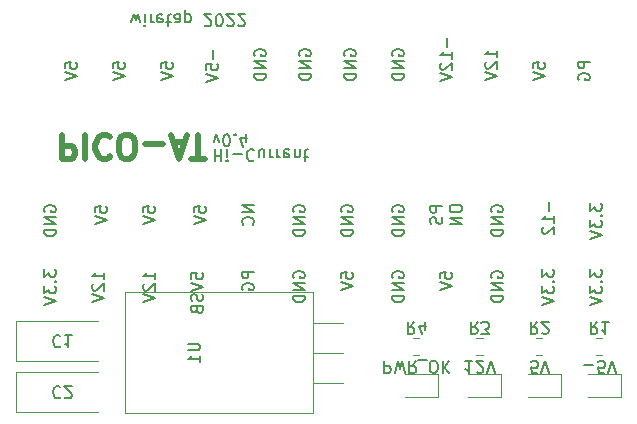
<source format=gbr>
%TF.GenerationSoftware,KiCad,Pcbnew,(5.1.6)-1*%
%TF.CreationDate,2022-02-22T09:41:32-05:00*%
%TF.ProjectId,PICO-AT,5049434f-2d41-4542-9e6b-696361645f70,rev?*%
%TF.SameCoordinates,Original*%
%TF.FileFunction,Legend,Bot*%
%TF.FilePolarity,Positive*%
%FSLAX46Y46*%
G04 Gerber Fmt 4.6, Leading zero omitted, Abs format (unit mm)*
G04 Created by KiCad (PCBNEW (5.1.6)-1) date 2022-02-22 09:41:32*
%MOMM*%
%LPD*%
G01*
G04 APERTURE LIST*
%ADD10C,0.150000*%
%ADD11C,0.500000*%
%ADD12C,0.120000*%
G04 APERTURE END LIST*
D10*
X139629047Y-98861619D02*
X139629047Y-99861619D01*
X139629047Y-99385428D02*
X140200476Y-99385428D01*
X140200476Y-98861619D02*
X140200476Y-99861619D01*
X140676666Y-98861619D02*
X140676666Y-99528285D01*
X140676666Y-99861619D02*
X140629047Y-99814000D01*
X140676666Y-99766380D01*
X140724285Y-99814000D01*
X140676666Y-99861619D01*
X140676666Y-99766380D01*
X141152857Y-99242571D02*
X141914761Y-99242571D01*
X142962380Y-98956857D02*
X142914761Y-98909238D01*
X142771904Y-98861619D01*
X142676666Y-98861619D01*
X142533809Y-98909238D01*
X142438571Y-99004476D01*
X142390952Y-99099714D01*
X142343333Y-99290190D01*
X142343333Y-99433047D01*
X142390952Y-99623523D01*
X142438571Y-99718761D01*
X142533809Y-99814000D01*
X142676666Y-99861619D01*
X142771904Y-99861619D01*
X142914761Y-99814000D01*
X142962380Y-99766380D01*
X143819523Y-99528285D02*
X143819523Y-98861619D01*
X143390952Y-99528285D02*
X143390952Y-99004476D01*
X143438571Y-98909238D01*
X143533809Y-98861619D01*
X143676666Y-98861619D01*
X143771904Y-98909238D01*
X143819523Y-98956857D01*
X144295714Y-98861619D02*
X144295714Y-99528285D01*
X144295714Y-99337809D02*
X144343333Y-99433047D01*
X144390952Y-99480666D01*
X144486190Y-99528285D01*
X144581428Y-99528285D01*
X144914761Y-98861619D02*
X144914761Y-99528285D01*
X144914761Y-99337809D02*
X144962380Y-99433047D01*
X145010000Y-99480666D01*
X145105238Y-99528285D01*
X145200476Y-99528285D01*
X145914761Y-98909238D02*
X145819523Y-98861619D01*
X145629047Y-98861619D01*
X145533809Y-98909238D01*
X145486190Y-99004476D01*
X145486190Y-99385428D01*
X145533809Y-99480666D01*
X145629047Y-99528285D01*
X145819523Y-99528285D01*
X145914761Y-99480666D01*
X145962380Y-99385428D01*
X145962380Y-99290190D01*
X145486190Y-99194952D01*
X146390952Y-99528285D02*
X146390952Y-98861619D01*
X146390952Y-99433047D02*
X146438571Y-99480666D01*
X146533809Y-99528285D01*
X146676666Y-99528285D01*
X146771904Y-99480666D01*
X146819523Y-99385428D01*
X146819523Y-98861619D01*
X147152857Y-99528285D02*
X147533809Y-99528285D01*
X147295714Y-99861619D02*
X147295714Y-99004476D01*
X147343333Y-98909238D01*
X147438571Y-98861619D01*
X147533809Y-98861619D01*
X171394380Y-91440095D02*
X170394380Y-91440095D01*
X170394380Y-91821047D01*
X170442000Y-91916285D01*
X170489619Y-91963904D01*
X170584857Y-92011523D01*
X170727714Y-92011523D01*
X170822952Y-91963904D01*
X170870571Y-91916285D01*
X170918190Y-91821047D01*
X170918190Y-91440095D01*
X170442000Y-92963904D02*
X170394380Y-92868666D01*
X170394380Y-92725809D01*
X170442000Y-92582952D01*
X170537238Y-92487714D01*
X170632476Y-92440095D01*
X170822952Y-92392476D01*
X170965809Y-92392476D01*
X171156285Y-92440095D01*
X171251523Y-92487714D01*
X171346761Y-92582952D01*
X171394380Y-92725809D01*
X171394380Y-92821047D01*
X171346761Y-92963904D01*
X171299142Y-93011523D01*
X170965809Y-93011523D01*
X170965809Y-92821047D01*
X166584380Y-92011523D02*
X166584380Y-91535333D01*
X167060571Y-91487714D01*
X167012952Y-91535333D01*
X166965333Y-91630571D01*
X166965333Y-91868666D01*
X167012952Y-91963904D01*
X167060571Y-92011523D01*
X167155809Y-92059142D01*
X167393904Y-92059142D01*
X167489142Y-92011523D01*
X167536761Y-91963904D01*
X167584380Y-91868666D01*
X167584380Y-91630571D01*
X167536761Y-91535333D01*
X167489142Y-91487714D01*
X166584380Y-92344857D02*
X167584380Y-92678190D01*
X166584380Y-93011523D01*
X163520380Y-91074952D02*
X163520380Y-90503523D01*
X163520380Y-90789238D02*
X162520380Y-90789238D01*
X162663238Y-90694000D01*
X162758476Y-90598761D01*
X162806095Y-90503523D01*
X162615619Y-91455904D02*
X162568000Y-91503523D01*
X162520380Y-91598761D01*
X162520380Y-91836857D01*
X162568000Y-91932095D01*
X162615619Y-91979714D01*
X162710857Y-92027333D01*
X162806095Y-92027333D01*
X162948952Y-91979714D01*
X163520380Y-91408285D01*
X163520380Y-92027333D01*
X162520380Y-92313047D02*
X163520380Y-92646380D01*
X162520380Y-92979714D01*
X159329428Y-89424095D02*
X159329428Y-90186000D01*
X159710380Y-91186000D02*
X159710380Y-90614571D01*
X159710380Y-90900285D02*
X158710380Y-90900285D01*
X158853238Y-90805047D01*
X158948476Y-90709809D01*
X158996095Y-90614571D01*
X158805619Y-91566952D02*
X158758000Y-91614571D01*
X158710380Y-91709809D01*
X158710380Y-91947904D01*
X158758000Y-92043142D01*
X158805619Y-92090761D01*
X158900857Y-92138380D01*
X158996095Y-92138380D01*
X159138952Y-92090761D01*
X159710380Y-91519333D01*
X159710380Y-92138380D01*
X158710380Y-92424095D02*
X159710380Y-92757428D01*
X158710380Y-93090761D01*
X154694000Y-90932095D02*
X154646380Y-90836857D01*
X154646380Y-90694000D01*
X154694000Y-90551142D01*
X154789238Y-90455904D01*
X154884476Y-90408285D01*
X155074952Y-90360666D01*
X155217809Y-90360666D01*
X155408285Y-90408285D01*
X155503523Y-90455904D01*
X155598761Y-90551142D01*
X155646380Y-90694000D01*
X155646380Y-90789238D01*
X155598761Y-90932095D01*
X155551142Y-90979714D01*
X155217809Y-90979714D01*
X155217809Y-90789238D01*
X155646380Y-91408285D02*
X154646380Y-91408285D01*
X155646380Y-91979714D01*
X154646380Y-91979714D01*
X155646380Y-92455904D02*
X154646380Y-92455904D01*
X154646380Y-92694000D01*
X154694000Y-92836857D01*
X154789238Y-92932095D01*
X154884476Y-92979714D01*
X155074952Y-93027333D01*
X155217809Y-93027333D01*
X155408285Y-92979714D01*
X155503523Y-92932095D01*
X155598761Y-92836857D01*
X155646380Y-92694000D01*
X155646380Y-92455904D01*
X150630000Y-90932095D02*
X150582380Y-90836857D01*
X150582380Y-90694000D01*
X150630000Y-90551142D01*
X150725238Y-90455904D01*
X150820476Y-90408285D01*
X151010952Y-90360666D01*
X151153809Y-90360666D01*
X151344285Y-90408285D01*
X151439523Y-90455904D01*
X151534761Y-90551142D01*
X151582380Y-90694000D01*
X151582380Y-90789238D01*
X151534761Y-90932095D01*
X151487142Y-90979714D01*
X151153809Y-90979714D01*
X151153809Y-90789238D01*
X151582380Y-91408285D02*
X150582380Y-91408285D01*
X151582380Y-91979714D01*
X150582380Y-91979714D01*
X151582380Y-92455904D02*
X150582380Y-92455904D01*
X150582380Y-92694000D01*
X150630000Y-92836857D01*
X150725238Y-92932095D01*
X150820476Y-92979714D01*
X151010952Y-93027333D01*
X151153809Y-93027333D01*
X151344285Y-92979714D01*
X151439523Y-92932095D01*
X151534761Y-92836857D01*
X151582380Y-92694000D01*
X151582380Y-92455904D01*
X146820000Y-90932095D02*
X146772380Y-90836857D01*
X146772380Y-90694000D01*
X146820000Y-90551142D01*
X146915238Y-90455904D01*
X147010476Y-90408285D01*
X147200952Y-90360666D01*
X147343809Y-90360666D01*
X147534285Y-90408285D01*
X147629523Y-90455904D01*
X147724761Y-90551142D01*
X147772380Y-90694000D01*
X147772380Y-90789238D01*
X147724761Y-90932095D01*
X147677142Y-90979714D01*
X147343809Y-90979714D01*
X147343809Y-90789238D01*
X147772380Y-91408285D02*
X146772380Y-91408285D01*
X147772380Y-91979714D01*
X146772380Y-91979714D01*
X147772380Y-92455904D02*
X146772380Y-92455904D01*
X146772380Y-92694000D01*
X146820000Y-92836857D01*
X146915238Y-92932095D01*
X147010476Y-92979714D01*
X147200952Y-93027333D01*
X147343809Y-93027333D01*
X147534285Y-92979714D01*
X147629523Y-92932095D01*
X147724761Y-92836857D01*
X147772380Y-92694000D01*
X147772380Y-92455904D01*
X143010000Y-90932095D02*
X142962380Y-90836857D01*
X142962380Y-90694000D01*
X143010000Y-90551142D01*
X143105238Y-90455904D01*
X143200476Y-90408285D01*
X143390952Y-90360666D01*
X143533809Y-90360666D01*
X143724285Y-90408285D01*
X143819523Y-90455904D01*
X143914761Y-90551142D01*
X143962380Y-90694000D01*
X143962380Y-90789238D01*
X143914761Y-90932095D01*
X143867142Y-90979714D01*
X143533809Y-90979714D01*
X143533809Y-90789238D01*
X143962380Y-91408285D02*
X142962380Y-91408285D01*
X143962380Y-91979714D01*
X142962380Y-91979714D01*
X143962380Y-92455904D02*
X142962380Y-92455904D01*
X142962380Y-92694000D01*
X143010000Y-92836857D01*
X143105238Y-92932095D01*
X143200476Y-92979714D01*
X143390952Y-93027333D01*
X143533809Y-93027333D01*
X143724285Y-92979714D01*
X143819523Y-92932095D01*
X143914761Y-92836857D01*
X143962380Y-92694000D01*
X143962380Y-92455904D01*
X139517428Y-90408285D02*
X139517428Y-91170190D01*
X138898380Y-92122571D02*
X138898380Y-91646380D01*
X139374571Y-91598761D01*
X139326952Y-91646380D01*
X139279333Y-91741619D01*
X139279333Y-91979714D01*
X139326952Y-92074952D01*
X139374571Y-92122571D01*
X139469809Y-92170190D01*
X139707904Y-92170190D01*
X139803142Y-92122571D01*
X139850761Y-92074952D01*
X139898380Y-91979714D01*
X139898380Y-91741619D01*
X139850761Y-91646380D01*
X139803142Y-91598761D01*
X138898380Y-92455904D02*
X139898380Y-92789238D01*
X138898380Y-93122571D01*
X135088380Y-92011523D02*
X135088380Y-91535333D01*
X135564571Y-91487714D01*
X135516952Y-91535333D01*
X135469333Y-91630571D01*
X135469333Y-91868666D01*
X135516952Y-91963904D01*
X135564571Y-92011523D01*
X135659809Y-92059142D01*
X135897904Y-92059142D01*
X135993142Y-92011523D01*
X136040761Y-91963904D01*
X136088380Y-91868666D01*
X136088380Y-91630571D01*
X136040761Y-91535333D01*
X135993142Y-91487714D01*
X135088380Y-92344857D02*
X136088380Y-92678190D01*
X135088380Y-93011523D01*
X131024380Y-92011523D02*
X131024380Y-91535333D01*
X131500571Y-91487714D01*
X131452952Y-91535333D01*
X131405333Y-91630571D01*
X131405333Y-91868666D01*
X131452952Y-91963904D01*
X131500571Y-92011523D01*
X131595809Y-92059142D01*
X131833904Y-92059142D01*
X131929142Y-92011523D01*
X131976761Y-91963904D01*
X132024380Y-91868666D01*
X132024380Y-91630571D01*
X131976761Y-91535333D01*
X131929142Y-91487714D01*
X131024380Y-92344857D02*
X132024380Y-92678190D01*
X131024380Y-93011523D01*
X126960380Y-92011523D02*
X126960380Y-91535333D01*
X127436571Y-91487714D01*
X127388952Y-91535333D01*
X127341333Y-91630571D01*
X127341333Y-91868666D01*
X127388952Y-91963904D01*
X127436571Y-92011523D01*
X127531809Y-92059142D01*
X127769904Y-92059142D01*
X127865142Y-92011523D01*
X127912761Y-91963904D01*
X127960380Y-91868666D01*
X127960380Y-91630571D01*
X127912761Y-91535333D01*
X127865142Y-91487714D01*
X126960380Y-92344857D02*
X127960380Y-92678190D01*
X126960380Y-93011523D01*
X171410380Y-109013809D02*
X171410380Y-109632857D01*
X171791333Y-109299523D01*
X171791333Y-109442380D01*
X171838952Y-109537619D01*
X171886571Y-109585238D01*
X171981809Y-109632857D01*
X172219904Y-109632857D01*
X172315142Y-109585238D01*
X172362761Y-109537619D01*
X172410380Y-109442380D01*
X172410380Y-109156666D01*
X172362761Y-109061428D01*
X172315142Y-109013809D01*
X172315142Y-110061428D02*
X172362761Y-110109047D01*
X172410380Y-110061428D01*
X172362761Y-110013809D01*
X172315142Y-110061428D01*
X172410380Y-110061428D01*
X171410380Y-110442380D02*
X171410380Y-111061428D01*
X171791333Y-110728095D01*
X171791333Y-110870952D01*
X171838952Y-110966190D01*
X171886571Y-111013809D01*
X171981809Y-111061428D01*
X172219904Y-111061428D01*
X172315142Y-111013809D01*
X172362761Y-110966190D01*
X172410380Y-110870952D01*
X172410380Y-110585238D01*
X172362761Y-110490000D01*
X172315142Y-110442380D01*
X171410380Y-111347142D02*
X172410380Y-111680476D01*
X171410380Y-112013809D01*
X171410380Y-103425809D02*
X171410380Y-104044857D01*
X171791333Y-103711523D01*
X171791333Y-103854380D01*
X171838952Y-103949619D01*
X171886571Y-103997238D01*
X171981809Y-104044857D01*
X172219904Y-104044857D01*
X172315142Y-103997238D01*
X172362761Y-103949619D01*
X172410380Y-103854380D01*
X172410380Y-103568666D01*
X172362761Y-103473428D01*
X172315142Y-103425809D01*
X172315142Y-104473428D02*
X172362761Y-104521047D01*
X172410380Y-104473428D01*
X172362761Y-104425809D01*
X172315142Y-104473428D01*
X172410380Y-104473428D01*
X171410380Y-104854380D02*
X171410380Y-105473428D01*
X171791333Y-105140095D01*
X171791333Y-105282952D01*
X171838952Y-105378190D01*
X171886571Y-105425809D01*
X171981809Y-105473428D01*
X172219904Y-105473428D01*
X172315142Y-105425809D01*
X172362761Y-105378190D01*
X172410380Y-105282952D01*
X172410380Y-104997238D01*
X172362761Y-104902000D01*
X172315142Y-104854380D01*
X171410380Y-105759142D02*
X172410380Y-106092476D01*
X171410380Y-106425809D01*
X167346380Y-109013809D02*
X167346380Y-109632857D01*
X167727333Y-109299523D01*
X167727333Y-109442380D01*
X167774952Y-109537619D01*
X167822571Y-109585238D01*
X167917809Y-109632857D01*
X168155904Y-109632857D01*
X168251142Y-109585238D01*
X168298761Y-109537619D01*
X168346380Y-109442380D01*
X168346380Y-109156666D01*
X168298761Y-109061428D01*
X168251142Y-109013809D01*
X168251142Y-110061428D02*
X168298761Y-110109047D01*
X168346380Y-110061428D01*
X168298761Y-110013809D01*
X168251142Y-110061428D01*
X168346380Y-110061428D01*
X167346380Y-110442380D02*
X167346380Y-111061428D01*
X167727333Y-110728095D01*
X167727333Y-110870952D01*
X167774952Y-110966190D01*
X167822571Y-111013809D01*
X167917809Y-111061428D01*
X168155904Y-111061428D01*
X168251142Y-111013809D01*
X168298761Y-110966190D01*
X168346380Y-110870952D01*
X168346380Y-110585238D01*
X168298761Y-110490000D01*
X168251142Y-110442380D01*
X167346380Y-111347142D02*
X168346380Y-111680476D01*
X167346380Y-112013809D01*
X167965428Y-103314666D02*
X167965428Y-104076571D01*
X168346380Y-105076571D02*
X168346380Y-104505142D01*
X168346380Y-104790857D02*
X167346380Y-104790857D01*
X167489238Y-104695619D01*
X167584476Y-104600380D01*
X167632095Y-104505142D01*
X167441619Y-105457523D02*
X167394000Y-105505142D01*
X167346380Y-105600380D01*
X167346380Y-105838476D01*
X167394000Y-105933714D01*
X167441619Y-105981333D01*
X167536857Y-106028952D01*
X167632095Y-106028952D01*
X167774952Y-105981333D01*
X168346380Y-105409904D01*
X168346380Y-106028952D01*
X163076000Y-109728095D02*
X163028380Y-109632857D01*
X163028380Y-109490000D01*
X163076000Y-109347142D01*
X163171238Y-109251904D01*
X163266476Y-109204285D01*
X163456952Y-109156666D01*
X163599809Y-109156666D01*
X163790285Y-109204285D01*
X163885523Y-109251904D01*
X163980761Y-109347142D01*
X164028380Y-109490000D01*
X164028380Y-109585238D01*
X163980761Y-109728095D01*
X163933142Y-109775714D01*
X163599809Y-109775714D01*
X163599809Y-109585238D01*
X164028380Y-110204285D02*
X163028380Y-110204285D01*
X164028380Y-110775714D01*
X163028380Y-110775714D01*
X164028380Y-111251904D02*
X163028380Y-111251904D01*
X163028380Y-111490000D01*
X163076000Y-111632857D01*
X163171238Y-111728095D01*
X163266476Y-111775714D01*
X163456952Y-111823333D01*
X163599809Y-111823333D01*
X163790285Y-111775714D01*
X163885523Y-111728095D01*
X163980761Y-111632857D01*
X164028380Y-111490000D01*
X164028380Y-111251904D01*
X163076000Y-104140095D02*
X163028380Y-104044857D01*
X163028380Y-103902000D01*
X163076000Y-103759142D01*
X163171238Y-103663904D01*
X163266476Y-103616285D01*
X163456952Y-103568666D01*
X163599809Y-103568666D01*
X163790285Y-103616285D01*
X163885523Y-103663904D01*
X163980761Y-103759142D01*
X164028380Y-103902000D01*
X164028380Y-103997238D01*
X163980761Y-104140095D01*
X163933142Y-104187714D01*
X163599809Y-104187714D01*
X163599809Y-103997238D01*
X164028380Y-104616285D02*
X163028380Y-104616285D01*
X164028380Y-105187714D01*
X163028380Y-105187714D01*
X164028380Y-105663904D02*
X163028380Y-105663904D01*
X163028380Y-105902000D01*
X163076000Y-106044857D01*
X163171238Y-106140095D01*
X163266476Y-106187714D01*
X163456952Y-106235333D01*
X163599809Y-106235333D01*
X163790285Y-106187714D01*
X163885523Y-106140095D01*
X163980761Y-106044857D01*
X164028380Y-105902000D01*
X164028380Y-105663904D01*
X158710380Y-109791523D02*
X158710380Y-109315333D01*
X159186571Y-109267714D01*
X159138952Y-109315333D01*
X159091333Y-109410571D01*
X159091333Y-109648666D01*
X159138952Y-109743904D01*
X159186571Y-109791523D01*
X159281809Y-109839142D01*
X159519904Y-109839142D01*
X159615142Y-109791523D01*
X159662761Y-109743904D01*
X159710380Y-109648666D01*
X159710380Y-109410571D01*
X159662761Y-109315333D01*
X159615142Y-109267714D01*
X158710380Y-110124857D02*
X159710380Y-110458190D01*
X158710380Y-110791523D01*
X158885380Y-103655904D02*
X157885380Y-103655904D01*
X157885380Y-104036857D01*
X157933000Y-104132095D01*
X157980619Y-104179714D01*
X158075857Y-104227333D01*
X158218714Y-104227333D01*
X158313952Y-104179714D01*
X158361571Y-104132095D01*
X158409190Y-104036857D01*
X158409190Y-103655904D01*
X158837761Y-104608285D02*
X158885380Y-104751142D01*
X158885380Y-104989238D01*
X158837761Y-105084476D01*
X158790142Y-105132095D01*
X158694904Y-105179714D01*
X158599666Y-105179714D01*
X158504428Y-105132095D01*
X158456809Y-105084476D01*
X158409190Y-104989238D01*
X158361571Y-104798761D01*
X158313952Y-104703523D01*
X158266333Y-104655904D01*
X158171095Y-104608285D01*
X158075857Y-104608285D01*
X157980619Y-104655904D01*
X157933000Y-104703523D01*
X157885380Y-104798761D01*
X157885380Y-105036857D01*
X157933000Y-105179714D01*
X159535380Y-103774952D02*
X159535380Y-103965428D01*
X159583000Y-104060666D01*
X159678238Y-104155904D01*
X159868714Y-104203523D01*
X160202047Y-104203523D01*
X160392523Y-104155904D01*
X160487761Y-104060666D01*
X160535380Y-103965428D01*
X160535380Y-103774952D01*
X160487761Y-103679714D01*
X160392523Y-103584476D01*
X160202047Y-103536857D01*
X159868714Y-103536857D01*
X159678238Y-103584476D01*
X159583000Y-103679714D01*
X159535380Y-103774952D01*
X160535380Y-104632095D02*
X159535380Y-104632095D01*
X160535380Y-105203523D01*
X159535380Y-105203523D01*
X154694000Y-109728095D02*
X154646380Y-109632857D01*
X154646380Y-109490000D01*
X154694000Y-109347142D01*
X154789238Y-109251904D01*
X154884476Y-109204285D01*
X155074952Y-109156666D01*
X155217809Y-109156666D01*
X155408285Y-109204285D01*
X155503523Y-109251904D01*
X155598761Y-109347142D01*
X155646380Y-109490000D01*
X155646380Y-109585238D01*
X155598761Y-109728095D01*
X155551142Y-109775714D01*
X155217809Y-109775714D01*
X155217809Y-109585238D01*
X155646380Y-110204285D02*
X154646380Y-110204285D01*
X155646380Y-110775714D01*
X154646380Y-110775714D01*
X155646380Y-111251904D02*
X154646380Y-111251904D01*
X154646380Y-111490000D01*
X154694000Y-111632857D01*
X154789238Y-111728095D01*
X154884476Y-111775714D01*
X155074952Y-111823333D01*
X155217809Y-111823333D01*
X155408285Y-111775714D01*
X155503523Y-111728095D01*
X155598761Y-111632857D01*
X155646380Y-111490000D01*
X155646380Y-111251904D01*
X154694000Y-104140095D02*
X154646380Y-104044857D01*
X154646380Y-103902000D01*
X154694000Y-103759142D01*
X154789238Y-103663904D01*
X154884476Y-103616285D01*
X155074952Y-103568666D01*
X155217809Y-103568666D01*
X155408285Y-103616285D01*
X155503523Y-103663904D01*
X155598761Y-103759142D01*
X155646380Y-103902000D01*
X155646380Y-103997238D01*
X155598761Y-104140095D01*
X155551142Y-104187714D01*
X155217809Y-104187714D01*
X155217809Y-103997238D01*
X155646380Y-104616285D02*
X154646380Y-104616285D01*
X155646380Y-105187714D01*
X154646380Y-105187714D01*
X155646380Y-105663904D02*
X154646380Y-105663904D01*
X154646380Y-105902000D01*
X154694000Y-106044857D01*
X154789238Y-106140095D01*
X154884476Y-106187714D01*
X155074952Y-106235333D01*
X155217809Y-106235333D01*
X155408285Y-106187714D01*
X155503523Y-106140095D01*
X155598761Y-106044857D01*
X155646380Y-105902000D01*
X155646380Y-105663904D01*
X150328380Y-109791523D02*
X150328380Y-109315333D01*
X150804571Y-109267714D01*
X150756952Y-109315333D01*
X150709333Y-109410571D01*
X150709333Y-109648666D01*
X150756952Y-109743904D01*
X150804571Y-109791523D01*
X150899809Y-109839142D01*
X151137904Y-109839142D01*
X151233142Y-109791523D01*
X151280761Y-109743904D01*
X151328380Y-109648666D01*
X151328380Y-109410571D01*
X151280761Y-109315333D01*
X151233142Y-109267714D01*
X150328380Y-110124857D02*
X151328380Y-110458190D01*
X150328380Y-110791523D01*
X150376000Y-104140095D02*
X150328380Y-104044857D01*
X150328380Y-103902000D01*
X150376000Y-103759142D01*
X150471238Y-103663904D01*
X150566476Y-103616285D01*
X150756952Y-103568666D01*
X150899809Y-103568666D01*
X151090285Y-103616285D01*
X151185523Y-103663904D01*
X151280761Y-103759142D01*
X151328380Y-103902000D01*
X151328380Y-103997238D01*
X151280761Y-104140095D01*
X151233142Y-104187714D01*
X150899809Y-104187714D01*
X150899809Y-103997238D01*
X151328380Y-104616285D02*
X150328380Y-104616285D01*
X151328380Y-105187714D01*
X150328380Y-105187714D01*
X151328380Y-105663904D02*
X150328380Y-105663904D01*
X150328380Y-105902000D01*
X150376000Y-106044857D01*
X150471238Y-106140095D01*
X150566476Y-106187714D01*
X150756952Y-106235333D01*
X150899809Y-106235333D01*
X151090285Y-106187714D01*
X151185523Y-106140095D01*
X151280761Y-106044857D01*
X151328380Y-105902000D01*
X151328380Y-105663904D01*
X146312000Y-109728095D02*
X146264380Y-109632857D01*
X146264380Y-109490000D01*
X146312000Y-109347142D01*
X146407238Y-109251904D01*
X146502476Y-109204285D01*
X146692952Y-109156666D01*
X146835809Y-109156666D01*
X147026285Y-109204285D01*
X147121523Y-109251904D01*
X147216761Y-109347142D01*
X147264380Y-109490000D01*
X147264380Y-109585238D01*
X147216761Y-109728095D01*
X147169142Y-109775714D01*
X146835809Y-109775714D01*
X146835809Y-109585238D01*
X147264380Y-110204285D02*
X146264380Y-110204285D01*
X147264380Y-110775714D01*
X146264380Y-110775714D01*
X147264380Y-111251904D02*
X146264380Y-111251904D01*
X146264380Y-111490000D01*
X146312000Y-111632857D01*
X146407238Y-111728095D01*
X146502476Y-111775714D01*
X146692952Y-111823333D01*
X146835809Y-111823333D01*
X147026285Y-111775714D01*
X147121523Y-111728095D01*
X147216761Y-111632857D01*
X147264380Y-111490000D01*
X147264380Y-111251904D01*
X146312000Y-104140095D02*
X146264380Y-104044857D01*
X146264380Y-103902000D01*
X146312000Y-103759142D01*
X146407238Y-103663904D01*
X146502476Y-103616285D01*
X146692952Y-103568666D01*
X146835809Y-103568666D01*
X147026285Y-103616285D01*
X147121523Y-103663904D01*
X147216761Y-103759142D01*
X147264380Y-103902000D01*
X147264380Y-103997238D01*
X147216761Y-104140095D01*
X147169142Y-104187714D01*
X146835809Y-104187714D01*
X146835809Y-103997238D01*
X147264380Y-104616285D02*
X146264380Y-104616285D01*
X147264380Y-105187714D01*
X146264380Y-105187714D01*
X147264380Y-105663904D02*
X146264380Y-105663904D01*
X146264380Y-105902000D01*
X146312000Y-106044857D01*
X146407238Y-106140095D01*
X146502476Y-106187714D01*
X146692952Y-106235333D01*
X146835809Y-106235333D01*
X147026285Y-106187714D01*
X147121523Y-106140095D01*
X147216761Y-106044857D01*
X147264380Y-105902000D01*
X147264380Y-105663904D01*
X142946380Y-109220095D02*
X141946380Y-109220095D01*
X141946380Y-109601047D01*
X141994000Y-109696285D01*
X142041619Y-109743904D01*
X142136857Y-109791523D01*
X142279714Y-109791523D01*
X142374952Y-109743904D01*
X142422571Y-109696285D01*
X142470190Y-109601047D01*
X142470190Y-109220095D01*
X141994000Y-110743904D02*
X141946380Y-110648666D01*
X141946380Y-110505809D01*
X141994000Y-110362952D01*
X142089238Y-110267714D01*
X142184476Y-110220095D01*
X142374952Y-110172476D01*
X142517809Y-110172476D01*
X142708285Y-110220095D01*
X142803523Y-110267714D01*
X142898761Y-110362952D01*
X142946380Y-110505809D01*
X142946380Y-110601047D01*
X142898761Y-110743904D01*
X142851142Y-110791523D01*
X142517809Y-110791523D01*
X142517809Y-110601047D01*
X142946380Y-103608285D02*
X141946380Y-103608285D01*
X142946380Y-104179714D01*
X141946380Y-104179714D01*
X142851142Y-105227333D02*
X142898761Y-105179714D01*
X142946380Y-105036857D01*
X142946380Y-104941619D01*
X142898761Y-104798761D01*
X142803523Y-104703523D01*
X142708285Y-104655904D01*
X142517809Y-104608285D01*
X142374952Y-104608285D01*
X142184476Y-104655904D01*
X142089238Y-104703523D01*
X141994000Y-104798761D01*
X141946380Y-104941619D01*
X141946380Y-105036857D01*
X141994000Y-105179714D01*
X142041619Y-105227333D01*
X137628380Y-109831333D02*
X137628380Y-109355142D01*
X138104571Y-109307523D01*
X138056952Y-109355142D01*
X138009333Y-109450380D01*
X138009333Y-109688476D01*
X138056952Y-109783714D01*
X138104571Y-109831333D01*
X138199809Y-109878952D01*
X138437904Y-109878952D01*
X138533142Y-109831333D01*
X138580761Y-109783714D01*
X138628380Y-109688476D01*
X138628380Y-109450380D01*
X138580761Y-109355142D01*
X138533142Y-109307523D01*
X137628380Y-110164666D02*
X138628380Y-110498000D01*
X137628380Y-110831333D01*
X138580761Y-111117047D02*
X138628380Y-111259904D01*
X138628380Y-111498000D01*
X138580761Y-111593238D01*
X138533142Y-111640857D01*
X138437904Y-111688476D01*
X138342666Y-111688476D01*
X138247428Y-111640857D01*
X138199809Y-111593238D01*
X138152190Y-111498000D01*
X138104571Y-111307523D01*
X138056952Y-111212285D01*
X138009333Y-111164666D01*
X137914095Y-111117047D01*
X137818857Y-111117047D01*
X137723619Y-111164666D01*
X137676000Y-111212285D01*
X137628380Y-111307523D01*
X137628380Y-111545619D01*
X137676000Y-111688476D01*
X138104571Y-112450380D02*
X138152190Y-112593238D01*
X138199809Y-112640857D01*
X138295047Y-112688476D01*
X138437904Y-112688476D01*
X138533142Y-112640857D01*
X138580761Y-112593238D01*
X138628380Y-112498000D01*
X138628380Y-112117047D01*
X137628380Y-112117047D01*
X137628380Y-112450380D01*
X137676000Y-112545619D01*
X137723619Y-112593238D01*
X137818857Y-112640857D01*
X137914095Y-112640857D01*
X138009333Y-112593238D01*
X138056952Y-112545619D01*
X138104571Y-112450380D01*
X138104571Y-112117047D01*
X137882380Y-104203523D02*
X137882380Y-103727333D01*
X138358571Y-103679714D01*
X138310952Y-103727333D01*
X138263333Y-103822571D01*
X138263333Y-104060666D01*
X138310952Y-104155904D01*
X138358571Y-104203523D01*
X138453809Y-104251142D01*
X138691904Y-104251142D01*
X138787142Y-104203523D01*
X138834761Y-104155904D01*
X138882380Y-104060666D01*
X138882380Y-103822571D01*
X138834761Y-103727333D01*
X138787142Y-103679714D01*
X137882380Y-104536857D02*
X138882380Y-104870190D01*
X137882380Y-105203523D01*
X134564380Y-109870952D02*
X134564380Y-109299523D01*
X134564380Y-109585238D02*
X133564380Y-109585238D01*
X133707238Y-109490000D01*
X133802476Y-109394761D01*
X133850095Y-109299523D01*
X133659619Y-110251904D02*
X133612000Y-110299523D01*
X133564380Y-110394761D01*
X133564380Y-110632857D01*
X133612000Y-110728095D01*
X133659619Y-110775714D01*
X133754857Y-110823333D01*
X133850095Y-110823333D01*
X133992952Y-110775714D01*
X134564380Y-110204285D01*
X134564380Y-110823333D01*
X133564380Y-111109047D02*
X134564380Y-111442380D01*
X133564380Y-111775714D01*
X133564380Y-104203523D02*
X133564380Y-103727333D01*
X134040571Y-103679714D01*
X133992952Y-103727333D01*
X133945333Y-103822571D01*
X133945333Y-104060666D01*
X133992952Y-104155904D01*
X134040571Y-104203523D01*
X134135809Y-104251142D01*
X134373904Y-104251142D01*
X134469142Y-104203523D01*
X134516761Y-104155904D01*
X134564380Y-104060666D01*
X134564380Y-103822571D01*
X134516761Y-103727333D01*
X134469142Y-103679714D01*
X133564380Y-104536857D02*
X134564380Y-104870190D01*
X133564380Y-105203523D01*
X130246380Y-109870952D02*
X130246380Y-109299523D01*
X130246380Y-109585238D02*
X129246380Y-109585238D01*
X129389238Y-109490000D01*
X129484476Y-109394761D01*
X129532095Y-109299523D01*
X129341619Y-110251904D02*
X129294000Y-110299523D01*
X129246380Y-110394761D01*
X129246380Y-110632857D01*
X129294000Y-110728095D01*
X129341619Y-110775714D01*
X129436857Y-110823333D01*
X129532095Y-110823333D01*
X129674952Y-110775714D01*
X130246380Y-110204285D01*
X130246380Y-110823333D01*
X129246380Y-111109047D02*
X130246380Y-111442380D01*
X129246380Y-111775714D01*
X129500380Y-104203523D02*
X129500380Y-103727333D01*
X129976571Y-103679714D01*
X129928952Y-103727333D01*
X129881333Y-103822571D01*
X129881333Y-104060666D01*
X129928952Y-104155904D01*
X129976571Y-104203523D01*
X130071809Y-104251142D01*
X130309904Y-104251142D01*
X130405142Y-104203523D01*
X130452761Y-104155904D01*
X130500380Y-104060666D01*
X130500380Y-103822571D01*
X130452761Y-103727333D01*
X130405142Y-103679714D01*
X129500380Y-104536857D02*
X130500380Y-104870190D01*
X129500380Y-105203523D01*
X125182380Y-109013809D02*
X125182380Y-109632857D01*
X125563333Y-109299523D01*
X125563333Y-109442380D01*
X125610952Y-109537619D01*
X125658571Y-109585238D01*
X125753809Y-109632857D01*
X125991904Y-109632857D01*
X126087142Y-109585238D01*
X126134761Y-109537619D01*
X126182380Y-109442380D01*
X126182380Y-109156666D01*
X126134761Y-109061428D01*
X126087142Y-109013809D01*
X126087142Y-110061428D02*
X126134761Y-110109047D01*
X126182380Y-110061428D01*
X126134761Y-110013809D01*
X126087142Y-110061428D01*
X126182380Y-110061428D01*
X125182380Y-110442380D02*
X125182380Y-111061428D01*
X125563333Y-110728095D01*
X125563333Y-110870952D01*
X125610952Y-110966190D01*
X125658571Y-111013809D01*
X125753809Y-111061428D01*
X125991904Y-111061428D01*
X126087142Y-111013809D01*
X126134761Y-110966190D01*
X126182380Y-110870952D01*
X126182380Y-110585238D01*
X126134761Y-110490000D01*
X126087142Y-110442380D01*
X125182380Y-111347142D02*
X126182380Y-111680476D01*
X125182380Y-112013809D01*
X125230000Y-104140095D02*
X125182380Y-104044857D01*
X125182380Y-103902000D01*
X125230000Y-103759142D01*
X125325238Y-103663904D01*
X125420476Y-103616285D01*
X125610952Y-103568666D01*
X125753809Y-103568666D01*
X125944285Y-103616285D01*
X126039523Y-103663904D01*
X126134761Y-103759142D01*
X126182380Y-103902000D01*
X126182380Y-103997238D01*
X126134761Y-104140095D01*
X126087142Y-104187714D01*
X125753809Y-104187714D01*
X125753809Y-103997238D01*
X126182380Y-104616285D02*
X125182380Y-104616285D01*
X126182380Y-105187714D01*
X125182380Y-105187714D01*
X126182380Y-105663904D02*
X125182380Y-105663904D01*
X125182380Y-105902000D01*
X125230000Y-106044857D01*
X125325238Y-106140095D01*
X125420476Y-106187714D01*
X125610952Y-106235333D01*
X125753809Y-106235333D01*
X125944285Y-106187714D01*
X126039523Y-106140095D01*
X126134761Y-106044857D01*
X126182380Y-105902000D01*
X126182380Y-105663904D01*
X132580666Y-88098285D02*
X132771142Y-87431619D01*
X132961619Y-87907809D01*
X133152095Y-87431619D01*
X133342571Y-88098285D01*
X133723523Y-87431619D02*
X133723523Y-88098285D01*
X133723523Y-88431619D02*
X133675904Y-88384000D01*
X133723523Y-88336380D01*
X133771142Y-88384000D01*
X133723523Y-88431619D01*
X133723523Y-88336380D01*
X134199714Y-87431619D02*
X134199714Y-88098285D01*
X134199714Y-87907809D02*
X134247333Y-88003047D01*
X134294952Y-88050666D01*
X134390190Y-88098285D01*
X134485428Y-88098285D01*
X135199714Y-87479238D02*
X135104476Y-87431619D01*
X134914000Y-87431619D01*
X134818761Y-87479238D01*
X134771142Y-87574476D01*
X134771142Y-87955428D01*
X134818761Y-88050666D01*
X134914000Y-88098285D01*
X135104476Y-88098285D01*
X135199714Y-88050666D01*
X135247333Y-87955428D01*
X135247333Y-87860190D01*
X134771142Y-87764952D01*
X135533047Y-88098285D02*
X135914000Y-88098285D01*
X135675904Y-88431619D02*
X135675904Y-87574476D01*
X135723523Y-87479238D01*
X135818761Y-87431619D01*
X135914000Y-87431619D01*
X136675904Y-87431619D02*
X136675904Y-87955428D01*
X136628285Y-88050666D01*
X136533047Y-88098285D01*
X136342571Y-88098285D01*
X136247333Y-88050666D01*
X136675904Y-87479238D02*
X136580666Y-87431619D01*
X136342571Y-87431619D01*
X136247333Y-87479238D01*
X136199714Y-87574476D01*
X136199714Y-87669714D01*
X136247333Y-87764952D01*
X136342571Y-87812571D01*
X136580666Y-87812571D01*
X136675904Y-87860190D01*
X137152095Y-88098285D02*
X137152095Y-87098285D01*
X137152095Y-88050666D02*
X137247333Y-88098285D01*
X137437809Y-88098285D01*
X137533047Y-88050666D01*
X137580666Y-88003047D01*
X137628285Y-87907809D01*
X137628285Y-87622095D01*
X137580666Y-87526857D01*
X137533047Y-87479238D01*
X137437809Y-87431619D01*
X137247333Y-87431619D01*
X137152095Y-87479238D01*
X138771142Y-88336380D02*
X138818761Y-88384000D01*
X138914000Y-88431619D01*
X139152095Y-88431619D01*
X139247333Y-88384000D01*
X139294952Y-88336380D01*
X139342571Y-88241142D01*
X139342571Y-88145904D01*
X139294952Y-88003047D01*
X138723523Y-87431619D01*
X139342571Y-87431619D01*
X139961619Y-88431619D02*
X140056857Y-88431619D01*
X140152095Y-88384000D01*
X140199714Y-88336380D01*
X140247333Y-88241142D01*
X140294952Y-88050666D01*
X140294952Y-87812571D01*
X140247333Y-87622095D01*
X140199714Y-87526857D01*
X140152095Y-87479238D01*
X140056857Y-87431619D01*
X139961619Y-87431619D01*
X139866380Y-87479238D01*
X139818761Y-87526857D01*
X139771142Y-87622095D01*
X139723523Y-87812571D01*
X139723523Y-88050666D01*
X139771142Y-88241142D01*
X139818761Y-88336380D01*
X139866380Y-88384000D01*
X139961619Y-88431619D01*
X140675904Y-88336380D02*
X140723523Y-88384000D01*
X140818761Y-88431619D01*
X141056857Y-88431619D01*
X141152095Y-88384000D01*
X141199714Y-88336380D01*
X141247333Y-88241142D01*
X141247333Y-88145904D01*
X141199714Y-88003047D01*
X140628285Y-87431619D01*
X141247333Y-87431619D01*
X141628285Y-88336380D02*
X141675904Y-88384000D01*
X141771142Y-88431619D01*
X142009238Y-88431619D01*
X142104476Y-88384000D01*
X142152095Y-88336380D01*
X142199714Y-88241142D01*
X142199714Y-88145904D01*
X142152095Y-88003047D01*
X141580666Y-87431619D01*
X142199714Y-87431619D01*
X139541428Y-98258285D02*
X139779523Y-97591619D01*
X140017619Y-98258285D01*
X140589047Y-98591619D02*
X140684285Y-98591619D01*
X140779523Y-98544000D01*
X140827142Y-98496380D01*
X140874761Y-98401142D01*
X140922380Y-98210666D01*
X140922380Y-97972571D01*
X140874761Y-97782095D01*
X140827142Y-97686857D01*
X140779523Y-97639238D01*
X140684285Y-97591619D01*
X140589047Y-97591619D01*
X140493809Y-97639238D01*
X140446190Y-97686857D01*
X140398571Y-97782095D01*
X140350952Y-97972571D01*
X140350952Y-98210666D01*
X140398571Y-98401142D01*
X140446190Y-98496380D01*
X140493809Y-98544000D01*
X140589047Y-98591619D01*
X141350952Y-97686857D02*
X141398571Y-97639238D01*
X141350952Y-97591619D01*
X141303333Y-97639238D01*
X141350952Y-97686857D01*
X141350952Y-97591619D01*
X142255714Y-98258285D02*
X142255714Y-97591619D01*
X142017619Y-98639238D02*
X141779523Y-97924952D01*
X142398571Y-97924952D01*
D11*
X126683238Y-97647238D02*
X126683238Y-99647238D01*
X127445142Y-99647238D01*
X127635619Y-99552000D01*
X127730857Y-99456761D01*
X127826095Y-99266285D01*
X127826095Y-98980571D01*
X127730857Y-98790095D01*
X127635619Y-98694857D01*
X127445142Y-98599619D01*
X126683238Y-98599619D01*
X128683238Y-97647238D02*
X128683238Y-99647238D01*
X130778476Y-97837714D02*
X130683238Y-97742476D01*
X130397523Y-97647238D01*
X130207047Y-97647238D01*
X129921333Y-97742476D01*
X129730857Y-97932952D01*
X129635619Y-98123428D01*
X129540380Y-98504380D01*
X129540380Y-98790095D01*
X129635619Y-99171047D01*
X129730857Y-99361523D01*
X129921333Y-99552000D01*
X130207047Y-99647238D01*
X130397523Y-99647238D01*
X130683238Y-99552000D01*
X130778476Y-99456761D01*
X132016571Y-99647238D02*
X132397523Y-99647238D01*
X132588000Y-99552000D01*
X132778476Y-99361523D01*
X132873714Y-98980571D01*
X132873714Y-98313904D01*
X132778476Y-97932952D01*
X132588000Y-97742476D01*
X132397523Y-97647238D01*
X132016571Y-97647238D01*
X131826095Y-97742476D01*
X131635619Y-97932952D01*
X131540380Y-98313904D01*
X131540380Y-98980571D01*
X131635619Y-99361523D01*
X131826095Y-99552000D01*
X132016571Y-99647238D01*
X133730857Y-98409142D02*
X135254666Y-98409142D01*
X136111809Y-98218666D02*
X137064190Y-98218666D01*
X135921333Y-97647238D02*
X136588000Y-99647238D01*
X137254666Y-97647238D01*
X137635619Y-99647238D02*
X138778476Y-99647238D01*
X138207047Y-97647238D02*
X138207047Y-99647238D01*
D12*
%TO.C,C1*%
X122801000Y-113352000D02*
X129736000Y-113352000D01*
X122801000Y-116772000D02*
X122801000Y-113352000D01*
X129736000Y-116772000D02*
X122801000Y-116772000D01*
%TO.C,C2*%
X129736000Y-121090000D02*
X122801000Y-121090000D01*
X122801000Y-121090000D02*
X122801000Y-117670000D01*
X122801000Y-117670000D02*
X129736000Y-117670000D01*
%TO.C,-5V*%
X171203000Y-117912000D02*
X174063000Y-117912000D01*
X174063000Y-117912000D02*
X174063000Y-119832000D01*
X174063000Y-119832000D02*
X171203000Y-119832000D01*
%TO.C,5V*%
X168992000Y-119832000D02*
X166132000Y-119832000D01*
X168992000Y-117912000D02*
X168992000Y-119832000D01*
X166132000Y-117912000D02*
X168992000Y-117912000D01*
%TO.C,12V*%
X161052000Y-117912000D02*
X163912000Y-117912000D01*
X163912000Y-117912000D02*
X163912000Y-119832000D01*
X163912000Y-119832000D02*
X161052000Y-119832000D01*
%TO.C,PWR_OK*%
X158578000Y-119832000D02*
X155718000Y-119832000D01*
X158578000Y-117912000D02*
X158578000Y-119832000D01*
X155718000Y-117912000D02*
X158578000Y-117912000D01*
%TO.C,R1*%
X172464252Y-114860000D02*
X171941748Y-114860000D01*
X172464252Y-116280000D02*
X171941748Y-116280000D01*
%TO.C,R2*%
X167384252Y-116280000D02*
X166861748Y-116280000D01*
X167384252Y-114860000D02*
X166861748Y-114860000D01*
%TO.C,R3*%
X162313252Y-114860000D02*
X161790748Y-114860000D01*
X162313252Y-116280000D02*
X161790748Y-116280000D01*
%TO.C,R4*%
X156970252Y-116280000D02*
X156447748Y-116280000D01*
X156970252Y-114860000D02*
X156447748Y-114860000D01*
%TO.C,U1*%
X147948000Y-110958000D02*
X147948000Y-121198000D01*
X132058000Y-110958000D02*
X132058000Y-121198000D01*
X132058000Y-110958000D02*
X147948000Y-110958000D01*
X132058000Y-121198000D02*
X147948000Y-121198000D01*
X147948000Y-113538000D02*
X150488000Y-113538000D01*
X147948000Y-116078000D02*
X150488000Y-116078000D01*
X147948000Y-118618000D02*
X150488000Y-118618000D01*
%TO.C,C1*%
D10*
X126559333Y-114704857D02*
X126511714Y-114657238D01*
X126368857Y-114609619D01*
X126273619Y-114609619D01*
X126130761Y-114657238D01*
X126035523Y-114752476D01*
X125987904Y-114847714D01*
X125940285Y-115038190D01*
X125940285Y-115181047D01*
X125987904Y-115371523D01*
X126035523Y-115466761D01*
X126130761Y-115562000D01*
X126273619Y-115609619D01*
X126368857Y-115609619D01*
X126511714Y-115562000D01*
X126559333Y-115514380D01*
X127511714Y-114609619D02*
X126940285Y-114609619D01*
X127226000Y-114609619D02*
X127226000Y-115609619D01*
X127130761Y-115466761D01*
X127035523Y-115371523D01*
X126940285Y-115323904D01*
%TO.C,C2*%
X126569333Y-119022857D02*
X126521714Y-118975238D01*
X126378857Y-118927619D01*
X126283619Y-118927619D01*
X126140761Y-118975238D01*
X126045523Y-119070476D01*
X125997904Y-119165714D01*
X125950285Y-119356190D01*
X125950285Y-119499047D01*
X125997904Y-119689523D01*
X126045523Y-119784761D01*
X126140761Y-119880000D01*
X126283619Y-119927619D01*
X126378857Y-119927619D01*
X126521714Y-119880000D01*
X126569333Y-119832380D01*
X126950285Y-119832380D02*
X126997904Y-119880000D01*
X127093142Y-119927619D01*
X127331238Y-119927619D01*
X127426476Y-119880000D01*
X127474095Y-119832380D01*
X127521714Y-119737142D01*
X127521714Y-119641904D01*
X127474095Y-119499047D01*
X126902666Y-118927619D01*
X127521714Y-118927619D01*
%TO.C,-5V*%
X170917285Y-117150571D02*
X171679190Y-117150571D01*
X172631571Y-117769619D02*
X172155380Y-117769619D01*
X172107761Y-117293428D01*
X172155380Y-117341047D01*
X172250619Y-117388666D01*
X172488714Y-117388666D01*
X172583952Y-117341047D01*
X172631571Y-117293428D01*
X172679190Y-117198190D01*
X172679190Y-116960095D01*
X172631571Y-116864857D01*
X172583952Y-116817238D01*
X172488714Y-116769619D01*
X172250619Y-116769619D01*
X172155380Y-116817238D01*
X172107761Y-116864857D01*
X172964904Y-117769619D02*
X173298238Y-116769619D01*
X173631571Y-117769619D01*
%TO.C,5V*%
X166941523Y-117769619D02*
X166465333Y-117769619D01*
X166417714Y-117293428D01*
X166465333Y-117341047D01*
X166560571Y-117388666D01*
X166798666Y-117388666D01*
X166893904Y-117341047D01*
X166941523Y-117293428D01*
X166989142Y-117198190D01*
X166989142Y-116960095D01*
X166941523Y-116864857D01*
X166893904Y-116817238D01*
X166798666Y-116769619D01*
X166560571Y-116769619D01*
X166465333Y-116817238D01*
X166417714Y-116864857D01*
X167274857Y-117769619D02*
X167608190Y-116769619D01*
X167941523Y-117769619D01*
%TO.C,12V*%
X161432952Y-116769619D02*
X160861523Y-116769619D01*
X161147238Y-116769619D02*
X161147238Y-117769619D01*
X161052000Y-117626761D01*
X160956761Y-117531523D01*
X160861523Y-117483904D01*
X161813904Y-117674380D02*
X161861523Y-117722000D01*
X161956761Y-117769619D01*
X162194857Y-117769619D01*
X162290095Y-117722000D01*
X162337714Y-117674380D01*
X162385333Y-117579142D01*
X162385333Y-117483904D01*
X162337714Y-117341047D01*
X161766285Y-116769619D01*
X162385333Y-116769619D01*
X162671047Y-117769619D02*
X163004380Y-116769619D01*
X163337714Y-117769619D01*
%TO.C,PWR_OK*%
X153979904Y-116769619D02*
X153979904Y-117769619D01*
X154360857Y-117769619D01*
X154456095Y-117722000D01*
X154503714Y-117674380D01*
X154551333Y-117579142D01*
X154551333Y-117436285D01*
X154503714Y-117341047D01*
X154456095Y-117293428D01*
X154360857Y-117245809D01*
X153979904Y-117245809D01*
X154884666Y-117769619D02*
X155122761Y-116769619D01*
X155313238Y-117483904D01*
X155503714Y-116769619D01*
X155741809Y-117769619D01*
X156694190Y-116769619D02*
X156360857Y-117245809D01*
X156122761Y-116769619D02*
X156122761Y-117769619D01*
X156503714Y-117769619D01*
X156598952Y-117722000D01*
X156646571Y-117674380D01*
X156694190Y-117579142D01*
X156694190Y-117436285D01*
X156646571Y-117341047D01*
X156598952Y-117293428D01*
X156503714Y-117245809D01*
X156122761Y-117245809D01*
X156884666Y-116674380D02*
X157646571Y-116674380D01*
X158075142Y-117769619D02*
X158265619Y-117769619D01*
X158360857Y-117722000D01*
X158456095Y-117626761D01*
X158503714Y-117436285D01*
X158503714Y-117102952D01*
X158456095Y-116912476D01*
X158360857Y-116817238D01*
X158265619Y-116769619D01*
X158075142Y-116769619D01*
X157979904Y-116817238D01*
X157884666Y-116912476D01*
X157837047Y-117102952D01*
X157837047Y-117436285D01*
X157884666Y-117626761D01*
X157979904Y-117722000D01*
X158075142Y-117769619D01*
X158932285Y-116769619D02*
X158932285Y-117769619D01*
X159503714Y-116769619D02*
X159075142Y-117341047D01*
X159503714Y-117769619D02*
X158932285Y-117198190D01*
%TO.C,R1*%
X172036333Y-113467619D02*
X171703000Y-113943809D01*
X171464904Y-113467619D02*
X171464904Y-114467619D01*
X171845857Y-114467619D01*
X171941095Y-114420000D01*
X171988714Y-114372380D01*
X172036333Y-114277142D01*
X172036333Y-114134285D01*
X171988714Y-114039047D01*
X171941095Y-113991428D01*
X171845857Y-113943809D01*
X171464904Y-113943809D01*
X172988714Y-113467619D02*
X172417285Y-113467619D01*
X172703000Y-113467619D02*
X172703000Y-114467619D01*
X172607761Y-114324761D01*
X172512523Y-114229523D01*
X172417285Y-114181904D01*
%TO.C,R2*%
X166956333Y-113467619D02*
X166623000Y-113943809D01*
X166384904Y-113467619D02*
X166384904Y-114467619D01*
X166765857Y-114467619D01*
X166861095Y-114420000D01*
X166908714Y-114372380D01*
X166956333Y-114277142D01*
X166956333Y-114134285D01*
X166908714Y-114039047D01*
X166861095Y-113991428D01*
X166765857Y-113943809D01*
X166384904Y-113943809D01*
X167337285Y-114372380D02*
X167384904Y-114420000D01*
X167480142Y-114467619D01*
X167718238Y-114467619D01*
X167813476Y-114420000D01*
X167861095Y-114372380D01*
X167908714Y-114277142D01*
X167908714Y-114181904D01*
X167861095Y-114039047D01*
X167289666Y-113467619D01*
X167908714Y-113467619D01*
%TO.C,R3*%
X161885333Y-113467619D02*
X161552000Y-113943809D01*
X161313904Y-113467619D02*
X161313904Y-114467619D01*
X161694857Y-114467619D01*
X161790095Y-114420000D01*
X161837714Y-114372380D01*
X161885333Y-114277142D01*
X161885333Y-114134285D01*
X161837714Y-114039047D01*
X161790095Y-113991428D01*
X161694857Y-113943809D01*
X161313904Y-113943809D01*
X162218666Y-114467619D02*
X162837714Y-114467619D01*
X162504380Y-114086666D01*
X162647238Y-114086666D01*
X162742476Y-114039047D01*
X162790095Y-113991428D01*
X162837714Y-113896190D01*
X162837714Y-113658095D01*
X162790095Y-113562857D01*
X162742476Y-113515238D01*
X162647238Y-113467619D01*
X162361523Y-113467619D01*
X162266285Y-113515238D01*
X162218666Y-113562857D01*
%TO.C,R4*%
X156542333Y-113467619D02*
X156209000Y-113943809D01*
X155970904Y-113467619D02*
X155970904Y-114467619D01*
X156351857Y-114467619D01*
X156447095Y-114420000D01*
X156494714Y-114372380D01*
X156542333Y-114277142D01*
X156542333Y-114134285D01*
X156494714Y-114039047D01*
X156447095Y-113991428D01*
X156351857Y-113943809D01*
X155970904Y-113943809D01*
X157399476Y-114134285D02*
X157399476Y-113467619D01*
X157161380Y-114515238D02*
X156923285Y-113800952D01*
X157542333Y-113800952D01*
%TO.C,U1*%
X137374380Y-115316095D02*
X138183904Y-115316095D01*
X138279142Y-115363714D01*
X138326761Y-115411333D01*
X138374380Y-115506571D01*
X138374380Y-115697047D01*
X138326761Y-115792285D01*
X138279142Y-115839904D01*
X138183904Y-115887523D01*
X137374380Y-115887523D01*
X138374380Y-116887523D02*
X138374380Y-116316095D01*
X138374380Y-116601809D02*
X137374380Y-116601809D01*
X137517238Y-116506571D01*
X137612476Y-116411333D01*
X137660095Y-116316095D01*
%TD*%
M02*

</source>
